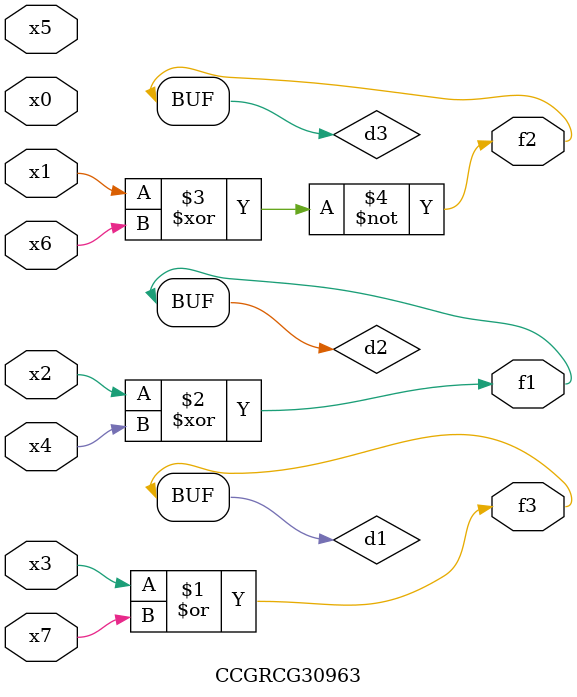
<source format=v>
module CCGRCG30963(
	input x0, x1, x2, x3, x4, x5, x6, x7,
	output f1, f2, f3
);

	wire d1, d2, d3;

	or (d1, x3, x7);
	xor (d2, x2, x4);
	xnor (d3, x1, x6);
	assign f1 = d2;
	assign f2 = d3;
	assign f3 = d1;
endmodule

</source>
